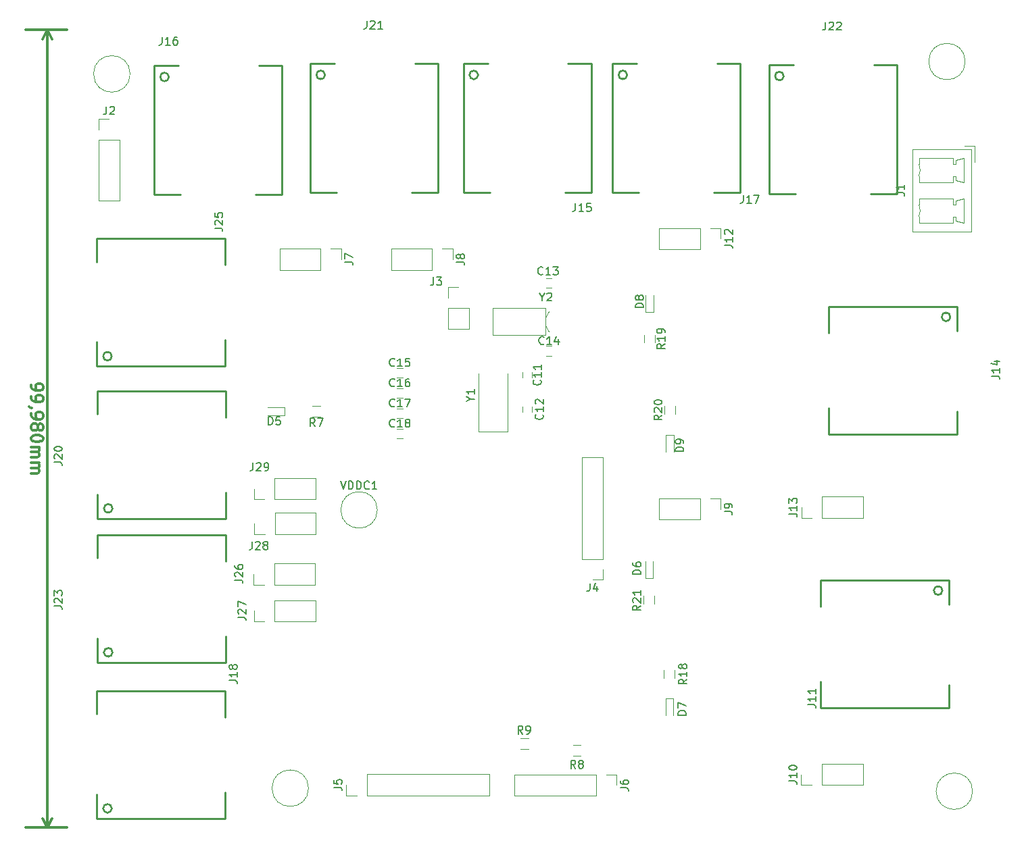
<source format=gbr>
G04 #@! TF.FileFunction,Legend,Top*
%FSLAX46Y46*%
G04 Gerber Fmt 4.6, Leading zero omitted, Abs format (unit mm)*
G04 Created by KiCad (PCBNEW 4.0.6) date 06/30/17 11:01:05*
%MOMM*%
%LPD*%
G01*
G04 APERTURE LIST*
%ADD10C,0.100000*%
%ADD11C,0.300000*%
%ADD12C,0.120000*%
%ADD13C,0.250000*%
%ADD14C,0.150000*%
G04 APERTURE END LIST*
D10*
D11*
X61510330Y-79500901D02*
X61510387Y-79786616D01*
X61581844Y-79929459D01*
X61653287Y-80000872D01*
X61867600Y-80143687D01*
X62153330Y-80215058D01*
X62724758Y-80214944D01*
X62867600Y-80143487D01*
X62939015Y-80072044D01*
X63010415Y-79929173D01*
X63010358Y-79643459D01*
X62938901Y-79500615D01*
X62867457Y-79429201D01*
X62724586Y-79357801D01*
X62367443Y-79357872D01*
X62224600Y-79429330D01*
X62153187Y-79500772D01*
X62081786Y-79643645D01*
X62081844Y-79929359D01*
X62153301Y-80072201D01*
X62224743Y-80143616D01*
X62367615Y-80215015D01*
X61510616Y-80929472D02*
X61510673Y-81215187D01*
X61582129Y-81358030D01*
X61653573Y-81429443D01*
X61867886Y-81572258D01*
X62153615Y-81643629D01*
X62725043Y-81643515D01*
X62867886Y-81572058D01*
X62939301Y-81500615D01*
X63010701Y-81357744D01*
X63010644Y-81072030D01*
X62939187Y-80929186D01*
X62867743Y-80857772D01*
X62724872Y-80786372D01*
X62367729Y-80786443D01*
X62224886Y-80857901D01*
X62153473Y-80929343D01*
X62082072Y-81072216D01*
X62082129Y-81357930D01*
X62153587Y-81500772D01*
X62225029Y-81572187D01*
X62367900Y-81643586D01*
X61582329Y-82358029D02*
X61510901Y-82358043D01*
X61368029Y-82286643D01*
X61296587Y-82215229D01*
X61511044Y-83072329D02*
X61511101Y-83358044D01*
X61582558Y-83500886D01*
X61654001Y-83572300D01*
X61868315Y-83715115D01*
X62154044Y-83786486D01*
X62725472Y-83786372D01*
X62868315Y-83714915D01*
X62939730Y-83643472D01*
X63011130Y-83500601D01*
X63011073Y-83214887D01*
X62939615Y-83072043D01*
X62868172Y-83000629D01*
X62725301Y-82929229D01*
X62368158Y-82929300D01*
X62225315Y-83000758D01*
X62153901Y-83072200D01*
X62082501Y-83215072D01*
X62082558Y-83500786D01*
X62154016Y-83643629D01*
X62225458Y-83715044D01*
X62368329Y-83786443D01*
X62368501Y-84643586D02*
X62439901Y-84500714D01*
X62511316Y-84429272D01*
X62654158Y-84357814D01*
X62725586Y-84357800D01*
X62868458Y-84429200D01*
X62939901Y-84500614D01*
X63011359Y-84643458D01*
X63011416Y-84929172D01*
X62940015Y-85072043D01*
X62868601Y-85143486D01*
X62725758Y-85214943D01*
X62654330Y-85214957D01*
X62511459Y-85143558D01*
X62440015Y-85072143D01*
X62368558Y-84929300D01*
X62368501Y-84643586D01*
X62297044Y-84500743D01*
X62225601Y-84429329D01*
X62082729Y-84357928D01*
X61797015Y-84357986D01*
X61654173Y-84429443D01*
X61582758Y-84500885D01*
X61511359Y-84643758D01*
X61511416Y-84929472D01*
X61582872Y-85072314D01*
X61654316Y-85143729D01*
X61797187Y-85215129D01*
X62082901Y-85215071D01*
X62225744Y-85143615D01*
X62297158Y-85072172D01*
X62368558Y-84929300D01*
X63011659Y-86143457D02*
X63011687Y-86286314D01*
X62940287Y-86429185D01*
X62868872Y-86500628D01*
X62726029Y-86572086D01*
X62440330Y-86643571D01*
X62083187Y-86643642D01*
X61797458Y-86572272D01*
X61654587Y-86500871D01*
X61583144Y-86429456D01*
X61511687Y-86286614D01*
X61511659Y-86143757D01*
X61583058Y-86000885D01*
X61654473Y-85929442D01*
X61797315Y-85857986D01*
X62083015Y-85786499D01*
X62440158Y-85786428D01*
X62725886Y-85857800D01*
X62868758Y-85929199D01*
X62940201Y-86000614D01*
X63011659Y-86143457D01*
X61511887Y-87286614D02*
X62511887Y-87286414D01*
X62369029Y-87286442D02*
X62440473Y-87357856D01*
X62511930Y-87500700D01*
X62511973Y-87714985D01*
X62440573Y-87857856D01*
X62297730Y-87929314D01*
X61512016Y-87929471D01*
X62297730Y-87929314D02*
X62440601Y-88000714D01*
X62512059Y-88143557D01*
X62512102Y-88357842D01*
X62440701Y-88500714D01*
X62297858Y-88572170D01*
X61512144Y-88572328D01*
X61512287Y-89286614D02*
X62512287Y-89286414D01*
X62369429Y-89286442D02*
X62440873Y-89357856D01*
X62512330Y-89500700D01*
X62512373Y-89714985D01*
X62440973Y-89857856D01*
X62298130Y-89929313D01*
X61512416Y-89929471D01*
X62298130Y-89929313D02*
X62441001Y-90000714D01*
X62512459Y-90143557D01*
X62512502Y-90357842D01*
X62441101Y-90500714D01*
X62298259Y-90572170D01*
X61512545Y-90572328D01*
X63530001Y-35010494D02*
X63550001Y-134990494D01*
X66000000Y-35010000D02*
X60830001Y-35011034D01*
X66020000Y-134990000D02*
X60850001Y-134991034D01*
X63550001Y-134990494D02*
X62963355Y-133864108D01*
X63550001Y-134990494D02*
X64136196Y-133863873D01*
X63530001Y-35010494D02*
X62943806Y-36137115D01*
X63530001Y-35010494D02*
X64116647Y-36136880D01*
D12*
X73916000Y-40510000D02*
G75*
G03X73916000Y-40510000I-2286000J0D01*
G01*
X96266000Y-130050000D02*
G75*
G03X96266000Y-130050000I-2286000J0D01*
G01*
X179456000Y-130430000D02*
G75*
G03X179456000Y-130430000I-2286000J0D01*
G01*
X124298000Y-77882000D02*
X124298000Y-78582000D01*
X123098000Y-78582000D02*
X123098000Y-77882000D01*
X123098000Y-82900000D02*
X123098000Y-82200000D01*
X124298000Y-82200000D02*
X124298000Y-82900000D01*
X126740000Y-67310000D02*
X126040000Y-67310000D01*
X126040000Y-66110000D02*
X126740000Y-66110000D01*
X126050000Y-74640000D02*
X126750000Y-74640000D01*
X126750000Y-75840000D02*
X126050000Y-75840000D01*
X107346000Y-77378000D02*
X108046000Y-77378000D01*
X108046000Y-78578000D02*
X107346000Y-78578000D01*
X107346000Y-79918000D02*
X108046000Y-79918000D01*
X108046000Y-81118000D02*
X107346000Y-81118000D01*
X107346000Y-82458000D02*
X108046000Y-82458000D01*
X108046000Y-83658000D02*
X107346000Y-83658000D01*
X107346000Y-84998000D02*
X108046000Y-84998000D01*
X108046000Y-86198000D02*
X107346000Y-86198000D01*
X93280000Y-83300000D02*
X93280000Y-82300000D01*
X93280000Y-82300000D02*
X91180000Y-82300000D01*
X93280000Y-83300000D02*
X91180000Y-83300000D01*
X138450000Y-103700000D02*
X139450000Y-103700000D01*
X139450000Y-103700000D02*
X139450000Y-101600000D01*
X138450000Y-103700000D02*
X138450000Y-101600000D01*
X141990000Y-118790000D02*
X140990000Y-118790000D01*
X140990000Y-118790000D02*
X140990000Y-120890000D01*
X141990000Y-118790000D02*
X141990000Y-120890000D01*
X138510000Y-70370000D02*
X139510000Y-70370000D01*
X139510000Y-70370000D02*
X139510000Y-68270000D01*
X138510000Y-70370000D02*
X138510000Y-68270000D01*
X142040000Y-85800000D02*
X141040000Y-85800000D01*
X141040000Y-85800000D02*
X141040000Y-87900000D01*
X142040000Y-85800000D02*
X142040000Y-87900000D01*
X172730155Y-53329647D02*
G75*
G03X172730000Y-51830000I-1700155J749647D01*
G01*
X172730155Y-58409647D02*
G75*
G03X172730000Y-56910000I-1700155J749647D01*
G01*
X179310000Y-49960000D02*
X171900000Y-49960000D01*
X171900000Y-49960000D02*
X171900000Y-60280000D01*
X171900000Y-60280000D02*
X179310000Y-60280000D01*
X179310000Y-60280000D02*
X179310000Y-49960000D01*
X172730000Y-51830000D02*
X172730000Y-51080000D01*
X172730000Y-51080000D02*
X177030000Y-51080000D01*
X177030000Y-51080000D02*
X177030000Y-51830000D01*
X177030000Y-51830000D02*
X177380000Y-51830000D01*
X177380000Y-51830000D02*
X177380000Y-51330000D01*
X177380000Y-51330000D02*
X178380000Y-51080000D01*
X178380000Y-51080000D02*
X178380000Y-54080000D01*
X178380000Y-54080000D02*
X177380000Y-53830000D01*
X177380000Y-53830000D02*
X177380000Y-53330000D01*
X177380000Y-53330000D02*
X177030000Y-53330000D01*
X177030000Y-53330000D02*
X177030000Y-54080000D01*
X177030000Y-54080000D02*
X172730000Y-54080000D01*
X172730000Y-54080000D02*
X172730000Y-53330000D01*
X172730000Y-56910000D02*
X172730000Y-56160000D01*
X172730000Y-56160000D02*
X177030000Y-56160000D01*
X177030000Y-56160000D02*
X177030000Y-56910000D01*
X177030000Y-56910000D02*
X177380000Y-56910000D01*
X177380000Y-56910000D02*
X177380000Y-56410000D01*
X177380000Y-56410000D02*
X178380000Y-56160000D01*
X178380000Y-56160000D02*
X178380000Y-59160000D01*
X178380000Y-59160000D02*
X177380000Y-58910000D01*
X177380000Y-58910000D02*
X177380000Y-58410000D01*
X177380000Y-58410000D02*
X177030000Y-58410000D01*
X177030000Y-58410000D02*
X177030000Y-59160000D01*
X177030000Y-59160000D02*
X172730000Y-59160000D01*
X172730000Y-59160000D02*
X172730000Y-58410000D01*
X178480000Y-49540000D02*
X179730000Y-49540000D01*
X179730000Y-49540000D02*
X179730000Y-51540000D01*
X69960000Y-48740000D02*
X69960000Y-56420000D01*
X69960000Y-56420000D02*
X72620000Y-56420000D01*
X72620000Y-56420000D02*
X72620000Y-48740000D01*
X72620000Y-48740000D02*
X69960000Y-48740000D01*
X69960000Y-47470000D02*
X69960000Y-46140000D01*
X69960000Y-46140000D02*
X71290000Y-46140000D01*
X113732000Y-69850000D02*
X113732000Y-72450000D01*
X113732000Y-72450000D02*
X116392000Y-72450000D01*
X116392000Y-72450000D02*
X116392000Y-69850000D01*
X116392000Y-69850000D02*
X113732000Y-69850000D01*
X113732000Y-68580000D02*
X113732000Y-67250000D01*
X113732000Y-67250000D02*
X115062000Y-67250000D01*
X133170000Y-101320000D02*
X133170000Y-88560000D01*
X133170000Y-88560000D02*
X130510000Y-88560000D01*
X130510000Y-88560000D02*
X130510000Y-101320000D01*
X130510000Y-101320000D02*
X133170000Y-101320000D01*
X133170000Y-102590000D02*
X133170000Y-103920000D01*
X133170000Y-103920000D02*
X131840000Y-103920000D01*
X103590000Y-130950000D02*
X118890000Y-130950000D01*
X118890000Y-130950000D02*
X118890000Y-128290000D01*
X118890000Y-128290000D02*
X103590000Y-128290000D01*
X103590000Y-128290000D02*
X103590000Y-130950000D01*
X102320000Y-130950000D02*
X100990000Y-130950000D01*
X100990000Y-130950000D02*
X100990000Y-129620000D01*
X132280000Y-128340000D02*
X122060000Y-128340000D01*
X122060000Y-128340000D02*
X122060000Y-131000000D01*
X122060000Y-131000000D02*
X132280000Y-131000000D01*
X132280000Y-131000000D02*
X132280000Y-128340000D01*
X133550000Y-128340000D02*
X134880000Y-128340000D01*
X134880000Y-128340000D02*
X134880000Y-129670000D01*
X97790000Y-62424000D02*
X92650000Y-62424000D01*
X92650000Y-62424000D02*
X92650000Y-65084000D01*
X92650000Y-65084000D02*
X97790000Y-65084000D01*
X97790000Y-65084000D02*
X97790000Y-62424000D01*
X99060000Y-62424000D02*
X100390000Y-62424000D01*
X100390000Y-62424000D02*
X100390000Y-63754000D01*
X111760000Y-62424000D02*
X106620000Y-62424000D01*
X106620000Y-62424000D02*
X106620000Y-65084000D01*
X106620000Y-65084000D02*
X111760000Y-65084000D01*
X111760000Y-65084000D02*
X111760000Y-62424000D01*
X113030000Y-62424000D02*
X114360000Y-62424000D01*
X114360000Y-62424000D02*
X114360000Y-63754000D01*
X145300000Y-93720000D02*
X140160000Y-93720000D01*
X140160000Y-93720000D02*
X140160000Y-96380000D01*
X140160000Y-96380000D02*
X145300000Y-96380000D01*
X145300000Y-96380000D02*
X145300000Y-93720000D01*
X146570000Y-93720000D02*
X147900000Y-93720000D01*
X147900000Y-93720000D02*
X147900000Y-95050000D01*
X160580000Y-129650000D02*
X165720000Y-129650000D01*
X165720000Y-129650000D02*
X165720000Y-126990000D01*
X165720000Y-126990000D02*
X160580000Y-126990000D01*
X160580000Y-126990000D02*
X160580000Y-129650000D01*
X159310000Y-129650000D02*
X157980000Y-129650000D01*
X157980000Y-129650000D02*
X157980000Y-128320000D01*
D13*
X175671815Y-105279000D02*
G75*
G03X175671815Y-105279000I-538815J0D01*
G01*
X165735000Y-104009000D02*
X176530000Y-104009000D01*
X176530000Y-104009000D02*
X176530000Y-107057000D01*
X160401000Y-107311000D02*
X160401000Y-104009000D01*
X160401000Y-104009000D02*
X162179000Y-104009000D01*
X160401000Y-120011000D02*
X160401000Y-116709000D01*
X174371000Y-120011000D02*
X176530000Y-120011000D01*
X176530000Y-120011000D02*
X176530000Y-117090000D01*
X162179000Y-104010000D02*
X165735000Y-104010000D01*
X160401000Y-120010000D02*
X174498000Y-120010000D01*
D12*
X145320000Y-59840000D02*
X140180000Y-59840000D01*
X140180000Y-59840000D02*
X140180000Y-62500000D01*
X140180000Y-62500000D02*
X145320000Y-62500000D01*
X145320000Y-62500000D02*
X145320000Y-59840000D01*
X146590000Y-59840000D02*
X147920000Y-59840000D01*
X147920000Y-59840000D02*
X147920000Y-61170000D01*
X160620000Y-96180000D02*
X165760000Y-96180000D01*
X165760000Y-96180000D02*
X165760000Y-93520000D01*
X165760000Y-93520000D02*
X160620000Y-93520000D01*
X160620000Y-93520000D02*
X160620000Y-96180000D01*
X159350000Y-96180000D02*
X158020000Y-96180000D01*
X158020000Y-96180000D02*
X158020000Y-94850000D01*
D13*
X176671815Y-70969000D02*
G75*
G03X176671815Y-70969000I-538815J0D01*
G01*
X166735000Y-69699000D02*
X177530000Y-69699000D01*
X177530000Y-69699000D02*
X177530000Y-72747000D01*
X161401000Y-73001000D02*
X161401000Y-69699000D01*
X161401000Y-69699000D02*
X163179000Y-69699000D01*
X161401000Y-85701000D02*
X161401000Y-82399000D01*
X175371000Y-85701000D02*
X177530000Y-85701000D01*
X177530000Y-85701000D02*
X177530000Y-82780000D01*
X163179000Y-69700000D02*
X166735000Y-69700000D01*
X161401000Y-85700000D02*
X175498000Y-85700000D01*
X117507815Y-40637000D02*
G75*
G03X117507815Y-40637000I-538815J0D01*
G01*
X115699000Y-50035000D02*
X115699000Y-39240000D01*
X115699000Y-39240000D02*
X118747000Y-39240000D01*
X119001000Y-55369000D02*
X115699000Y-55369000D01*
X115699000Y-55369000D02*
X115699000Y-53591000D01*
X131701000Y-55369000D02*
X128399000Y-55369000D01*
X131701000Y-41399000D02*
X131701000Y-39240000D01*
X131701000Y-39240000D02*
X128780000Y-39240000D01*
X115700000Y-53591000D02*
X115700000Y-50035000D01*
X131700000Y-55369000D02*
X131700000Y-41272000D01*
X78767815Y-40897000D02*
G75*
G03X78767815Y-40897000I-538815J0D01*
G01*
X76959000Y-50295000D02*
X76959000Y-39500000D01*
X76959000Y-39500000D02*
X80007000Y-39500000D01*
X80261000Y-55629000D02*
X76959000Y-55629000D01*
X76959000Y-55629000D02*
X76959000Y-53851000D01*
X92961000Y-55629000D02*
X89659000Y-55629000D01*
X92961000Y-41659000D02*
X92961000Y-39500000D01*
X92961000Y-39500000D02*
X90040000Y-39500000D01*
X76960000Y-53851000D02*
X76960000Y-50295000D01*
X92960000Y-55629000D02*
X92960000Y-41532000D01*
X136177815Y-40637000D02*
G75*
G03X136177815Y-40637000I-538815J0D01*
G01*
X134369000Y-50035000D02*
X134369000Y-39240000D01*
X134369000Y-39240000D02*
X137417000Y-39240000D01*
X137671000Y-55369000D02*
X134369000Y-55369000D01*
X134369000Y-55369000D02*
X134369000Y-53591000D01*
X150371000Y-55369000D02*
X147069000Y-55369000D01*
X150371000Y-41399000D02*
X150371000Y-39240000D01*
X150371000Y-39240000D02*
X147450000Y-39240000D01*
X134370000Y-53591000D02*
X134370000Y-50035000D01*
X150370000Y-55369000D02*
X150370000Y-41272000D01*
X71625815Y-132581000D02*
G75*
G03X71625815Y-132581000I-538815J0D01*
G01*
X80485000Y-133851000D02*
X69690000Y-133851000D01*
X69690000Y-133851000D02*
X69690000Y-130803000D01*
X85819000Y-130549000D02*
X85819000Y-133851000D01*
X85819000Y-133851000D02*
X84041000Y-133851000D01*
X85819000Y-117849000D02*
X85819000Y-121151000D01*
X71849000Y-117849000D02*
X69690000Y-117849000D01*
X69690000Y-117849000D02*
X69690000Y-120770000D01*
X84041000Y-133850000D02*
X80485000Y-133850000D01*
X85819000Y-117850000D02*
X71722000Y-117850000D01*
X71715815Y-94981000D02*
G75*
G03X71715815Y-94981000I-538815J0D01*
G01*
X80575000Y-96251000D02*
X69780000Y-96251000D01*
X69780000Y-96251000D02*
X69780000Y-93203000D01*
X85909000Y-92949000D02*
X85909000Y-96251000D01*
X85909000Y-96251000D02*
X84131000Y-96251000D01*
X85909000Y-80249000D02*
X85909000Y-83551000D01*
X71939000Y-80249000D02*
X69780000Y-80249000D01*
X69780000Y-80249000D02*
X69780000Y-83170000D01*
X84131000Y-96250000D02*
X80575000Y-96250000D01*
X85909000Y-80250000D02*
X71812000Y-80250000D01*
X98327815Y-40637000D02*
G75*
G03X98327815Y-40637000I-538815J0D01*
G01*
X96519000Y-50035000D02*
X96519000Y-39240000D01*
X96519000Y-39240000D02*
X99567000Y-39240000D01*
X99821000Y-55369000D02*
X96519000Y-55369000D01*
X96519000Y-55369000D02*
X96519000Y-53591000D01*
X112521000Y-55369000D02*
X109219000Y-55369000D01*
X112521000Y-41399000D02*
X112521000Y-39240000D01*
X112521000Y-39240000D02*
X109600000Y-39240000D01*
X96520000Y-53591000D02*
X96520000Y-50035000D01*
X112520000Y-55369000D02*
X112520000Y-41272000D01*
X155787815Y-40777000D02*
G75*
G03X155787815Y-40777000I-538815J0D01*
G01*
X153979000Y-50175000D02*
X153979000Y-39380000D01*
X153979000Y-39380000D02*
X157027000Y-39380000D01*
X157281000Y-55509000D02*
X153979000Y-55509000D01*
X153979000Y-55509000D02*
X153979000Y-53731000D01*
X169981000Y-55509000D02*
X166679000Y-55509000D01*
X169981000Y-41539000D02*
X169981000Y-39380000D01*
X169981000Y-39380000D02*
X167060000Y-39380000D01*
X153980000Y-53731000D02*
X153980000Y-50175000D01*
X169980000Y-55509000D02*
X169980000Y-41412000D01*
X71715815Y-113021000D02*
G75*
G03X71715815Y-113021000I-538815J0D01*
G01*
X80575000Y-114291000D02*
X69780000Y-114291000D01*
X69780000Y-114291000D02*
X69780000Y-111243000D01*
X85909000Y-110989000D02*
X85909000Y-114291000D01*
X85909000Y-114291000D02*
X84131000Y-114291000D01*
X85909000Y-98289000D02*
X85909000Y-101591000D01*
X71939000Y-98289000D02*
X69780000Y-98289000D01*
X69780000Y-98289000D02*
X69780000Y-101210000D01*
X84131000Y-114290000D02*
X80575000Y-114290000D01*
X85909000Y-98290000D02*
X71812000Y-98290000D01*
X71625815Y-75901000D02*
G75*
G03X71625815Y-75901000I-538815J0D01*
G01*
X80485000Y-77171000D02*
X69690000Y-77171000D01*
X69690000Y-77171000D02*
X69690000Y-74123000D01*
X85819000Y-73869000D02*
X85819000Y-77171000D01*
X85819000Y-77171000D02*
X84041000Y-77171000D01*
X85819000Y-61169000D02*
X85819000Y-64471000D01*
X71849000Y-61169000D02*
X69690000Y-61169000D01*
X69690000Y-61169000D02*
X69690000Y-64090000D01*
X84041000Y-77170000D02*
X80485000Y-77170000D01*
X85819000Y-61170000D02*
X71722000Y-61170000D01*
D12*
X91960000Y-104540000D02*
X97100000Y-104540000D01*
X97100000Y-104540000D02*
X97100000Y-101880000D01*
X97100000Y-101880000D02*
X91960000Y-101880000D01*
X91960000Y-101880000D02*
X91960000Y-104540000D01*
X90690000Y-104540000D02*
X89360000Y-104540000D01*
X89360000Y-104540000D02*
X89360000Y-103210000D01*
X92040000Y-109150000D02*
X97180000Y-109150000D01*
X97180000Y-109150000D02*
X97180000Y-106490000D01*
X97180000Y-106490000D02*
X92040000Y-106490000D01*
X92040000Y-106490000D02*
X92040000Y-109150000D01*
X90770000Y-109150000D02*
X89440000Y-109150000D01*
X89440000Y-109150000D02*
X89440000Y-107820000D01*
X92050000Y-98200000D02*
X97190000Y-98200000D01*
X97190000Y-98200000D02*
X97190000Y-95540000D01*
X97190000Y-95540000D02*
X92050000Y-95540000D01*
X92050000Y-95540000D02*
X92050000Y-98200000D01*
X90780000Y-98200000D02*
X89450000Y-98200000D01*
X89450000Y-98200000D02*
X89450000Y-96870000D01*
X92020000Y-93840000D02*
X97160000Y-93840000D01*
X97160000Y-93840000D02*
X97160000Y-91180000D01*
X97160000Y-91180000D02*
X92020000Y-91180000D01*
X92020000Y-91180000D02*
X92020000Y-93840000D01*
X90750000Y-93840000D02*
X89420000Y-93840000D01*
X89420000Y-93840000D02*
X89420000Y-92510000D01*
X96730000Y-82110000D02*
X97730000Y-82110000D01*
X97730000Y-83470000D02*
X96730000Y-83470000D01*
X130380000Y-126030000D02*
X129380000Y-126030000D01*
X129380000Y-124670000D02*
X130380000Y-124670000D01*
X123800000Y-125140000D02*
X122800000Y-125140000D01*
X122800000Y-123780000D02*
X123800000Y-123780000D01*
X117580000Y-78072000D02*
X117580000Y-85322000D01*
X117580000Y-85322000D02*
X121180000Y-85322000D01*
X121180000Y-85322000D02*
X121180000Y-78072000D01*
X125953333Y-69830000D02*
X119353333Y-69830000D01*
X119353333Y-69830000D02*
X119353333Y-73230000D01*
X119353333Y-73230000D02*
X125953333Y-73230000D01*
X125953333Y-73230000D02*
X125953333Y-69830000D01*
X125953333Y-71030000D02*
X126353333Y-70260000D01*
X126353333Y-70260000D02*
X126353333Y-70260000D01*
X125953333Y-72030000D02*
X126353333Y-72800000D01*
X126353333Y-72800000D02*
X126353333Y-72800000D01*
X142140000Y-115260000D02*
X142140000Y-116260000D01*
X140780000Y-116260000D02*
X140780000Y-115260000D01*
X138320000Y-74210000D02*
X138320000Y-73210000D01*
X139680000Y-73210000D02*
X139680000Y-74210000D01*
X142230000Y-82140000D02*
X142230000Y-83140000D01*
X140870000Y-83140000D02*
X140870000Y-82140000D01*
X138250000Y-106920000D02*
X138250000Y-105920000D01*
X139610000Y-105920000D02*
X139610000Y-106920000D01*
X178526000Y-38960000D02*
G75*
G03X178526000Y-38960000I-2286000J0D01*
G01*
X104886000Y-95170000D02*
G75*
G03X104886000Y-95170000I-2286000J0D01*
G01*
D14*
X125305143Y-78874857D02*
X125352762Y-78922476D01*
X125400381Y-79065333D01*
X125400381Y-79160571D01*
X125352762Y-79303429D01*
X125257524Y-79398667D01*
X125162286Y-79446286D01*
X124971810Y-79493905D01*
X124828952Y-79493905D01*
X124638476Y-79446286D01*
X124543238Y-79398667D01*
X124448000Y-79303429D01*
X124400381Y-79160571D01*
X124400381Y-79065333D01*
X124448000Y-78922476D01*
X124495619Y-78874857D01*
X125400381Y-77922476D02*
X125400381Y-78493905D01*
X125400381Y-78208191D02*
X124400381Y-78208191D01*
X124543238Y-78303429D01*
X124638476Y-78398667D01*
X124686095Y-78493905D01*
X125400381Y-76970095D02*
X125400381Y-77541524D01*
X125400381Y-77255810D02*
X124400381Y-77255810D01*
X124543238Y-77351048D01*
X124638476Y-77446286D01*
X124686095Y-77541524D01*
X125579143Y-83192857D02*
X125626762Y-83240476D01*
X125674381Y-83383333D01*
X125674381Y-83478571D01*
X125626762Y-83621429D01*
X125531524Y-83716667D01*
X125436286Y-83764286D01*
X125245810Y-83811905D01*
X125102952Y-83811905D01*
X124912476Y-83764286D01*
X124817238Y-83716667D01*
X124722000Y-83621429D01*
X124674381Y-83478571D01*
X124674381Y-83383333D01*
X124722000Y-83240476D01*
X124769619Y-83192857D01*
X125674381Y-82240476D02*
X125674381Y-82811905D01*
X125674381Y-82526191D02*
X124674381Y-82526191D01*
X124817238Y-82621429D01*
X124912476Y-82716667D01*
X124960095Y-82811905D01*
X124769619Y-81859524D02*
X124722000Y-81811905D01*
X124674381Y-81716667D01*
X124674381Y-81478571D01*
X124722000Y-81383333D01*
X124769619Y-81335714D01*
X124864857Y-81288095D01*
X124960095Y-81288095D01*
X125102952Y-81335714D01*
X125674381Y-81907143D01*
X125674381Y-81288095D01*
X125627143Y-65607143D02*
X125579524Y-65654762D01*
X125436667Y-65702381D01*
X125341429Y-65702381D01*
X125198571Y-65654762D01*
X125103333Y-65559524D01*
X125055714Y-65464286D01*
X125008095Y-65273810D01*
X125008095Y-65130952D01*
X125055714Y-64940476D01*
X125103333Y-64845238D01*
X125198571Y-64750000D01*
X125341429Y-64702381D01*
X125436667Y-64702381D01*
X125579524Y-64750000D01*
X125627143Y-64797619D01*
X126579524Y-65702381D02*
X126008095Y-65702381D01*
X126293809Y-65702381D02*
X126293809Y-64702381D01*
X126198571Y-64845238D01*
X126103333Y-64940476D01*
X126008095Y-64988095D01*
X126912857Y-64702381D02*
X127531905Y-64702381D01*
X127198571Y-65083333D01*
X127341429Y-65083333D01*
X127436667Y-65130952D01*
X127484286Y-65178571D01*
X127531905Y-65273810D01*
X127531905Y-65511905D01*
X127484286Y-65607143D01*
X127436667Y-65654762D01*
X127341429Y-65702381D01*
X127055714Y-65702381D01*
X126960476Y-65654762D01*
X126912857Y-65607143D01*
X125757143Y-74347143D02*
X125709524Y-74394762D01*
X125566667Y-74442381D01*
X125471429Y-74442381D01*
X125328571Y-74394762D01*
X125233333Y-74299524D01*
X125185714Y-74204286D01*
X125138095Y-74013810D01*
X125138095Y-73870952D01*
X125185714Y-73680476D01*
X125233333Y-73585238D01*
X125328571Y-73490000D01*
X125471429Y-73442381D01*
X125566667Y-73442381D01*
X125709524Y-73490000D01*
X125757143Y-73537619D01*
X126709524Y-74442381D02*
X126138095Y-74442381D01*
X126423809Y-74442381D02*
X126423809Y-73442381D01*
X126328571Y-73585238D01*
X126233333Y-73680476D01*
X126138095Y-73728095D01*
X127566667Y-73775714D02*
X127566667Y-74442381D01*
X127328571Y-73394762D02*
X127090476Y-74109048D01*
X127709524Y-74109048D01*
X107053143Y-77085143D02*
X107005524Y-77132762D01*
X106862667Y-77180381D01*
X106767429Y-77180381D01*
X106624571Y-77132762D01*
X106529333Y-77037524D01*
X106481714Y-76942286D01*
X106434095Y-76751810D01*
X106434095Y-76608952D01*
X106481714Y-76418476D01*
X106529333Y-76323238D01*
X106624571Y-76228000D01*
X106767429Y-76180381D01*
X106862667Y-76180381D01*
X107005524Y-76228000D01*
X107053143Y-76275619D01*
X108005524Y-77180381D02*
X107434095Y-77180381D01*
X107719809Y-77180381D02*
X107719809Y-76180381D01*
X107624571Y-76323238D01*
X107529333Y-76418476D01*
X107434095Y-76466095D01*
X108910286Y-76180381D02*
X108434095Y-76180381D01*
X108386476Y-76656571D01*
X108434095Y-76608952D01*
X108529333Y-76561333D01*
X108767429Y-76561333D01*
X108862667Y-76608952D01*
X108910286Y-76656571D01*
X108957905Y-76751810D01*
X108957905Y-76989905D01*
X108910286Y-77085143D01*
X108862667Y-77132762D01*
X108767429Y-77180381D01*
X108529333Y-77180381D01*
X108434095Y-77132762D01*
X108386476Y-77085143D01*
X107053143Y-79625143D02*
X107005524Y-79672762D01*
X106862667Y-79720381D01*
X106767429Y-79720381D01*
X106624571Y-79672762D01*
X106529333Y-79577524D01*
X106481714Y-79482286D01*
X106434095Y-79291810D01*
X106434095Y-79148952D01*
X106481714Y-78958476D01*
X106529333Y-78863238D01*
X106624571Y-78768000D01*
X106767429Y-78720381D01*
X106862667Y-78720381D01*
X107005524Y-78768000D01*
X107053143Y-78815619D01*
X108005524Y-79720381D02*
X107434095Y-79720381D01*
X107719809Y-79720381D02*
X107719809Y-78720381D01*
X107624571Y-78863238D01*
X107529333Y-78958476D01*
X107434095Y-79006095D01*
X108862667Y-78720381D02*
X108672190Y-78720381D01*
X108576952Y-78768000D01*
X108529333Y-78815619D01*
X108434095Y-78958476D01*
X108386476Y-79148952D01*
X108386476Y-79529905D01*
X108434095Y-79625143D01*
X108481714Y-79672762D01*
X108576952Y-79720381D01*
X108767429Y-79720381D01*
X108862667Y-79672762D01*
X108910286Y-79625143D01*
X108957905Y-79529905D01*
X108957905Y-79291810D01*
X108910286Y-79196571D01*
X108862667Y-79148952D01*
X108767429Y-79101333D01*
X108576952Y-79101333D01*
X108481714Y-79148952D01*
X108434095Y-79196571D01*
X108386476Y-79291810D01*
X107053143Y-82165143D02*
X107005524Y-82212762D01*
X106862667Y-82260381D01*
X106767429Y-82260381D01*
X106624571Y-82212762D01*
X106529333Y-82117524D01*
X106481714Y-82022286D01*
X106434095Y-81831810D01*
X106434095Y-81688952D01*
X106481714Y-81498476D01*
X106529333Y-81403238D01*
X106624571Y-81308000D01*
X106767429Y-81260381D01*
X106862667Y-81260381D01*
X107005524Y-81308000D01*
X107053143Y-81355619D01*
X108005524Y-82260381D02*
X107434095Y-82260381D01*
X107719809Y-82260381D02*
X107719809Y-81260381D01*
X107624571Y-81403238D01*
X107529333Y-81498476D01*
X107434095Y-81546095D01*
X108338857Y-81260381D02*
X109005524Y-81260381D01*
X108576952Y-82260381D01*
X107053143Y-84705143D02*
X107005524Y-84752762D01*
X106862667Y-84800381D01*
X106767429Y-84800381D01*
X106624571Y-84752762D01*
X106529333Y-84657524D01*
X106481714Y-84562286D01*
X106434095Y-84371810D01*
X106434095Y-84228952D01*
X106481714Y-84038476D01*
X106529333Y-83943238D01*
X106624571Y-83848000D01*
X106767429Y-83800381D01*
X106862667Y-83800381D01*
X107005524Y-83848000D01*
X107053143Y-83895619D01*
X108005524Y-84800381D02*
X107434095Y-84800381D01*
X107719809Y-84800381D02*
X107719809Y-83800381D01*
X107624571Y-83943238D01*
X107529333Y-84038476D01*
X107434095Y-84086095D01*
X108576952Y-84228952D02*
X108481714Y-84181333D01*
X108434095Y-84133714D01*
X108386476Y-84038476D01*
X108386476Y-83990857D01*
X108434095Y-83895619D01*
X108481714Y-83848000D01*
X108576952Y-83800381D01*
X108767429Y-83800381D01*
X108862667Y-83848000D01*
X108910286Y-83895619D01*
X108957905Y-83990857D01*
X108957905Y-84038476D01*
X108910286Y-84133714D01*
X108862667Y-84181333D01*
X108767429Y-84228952D01*
X108576952Y-84228952D01*
X108481714Y-84276571D01*
X108434095Y-84324190D01*
X108386476Y-84419429D01*
X108386476Y-84609905D01*
X108434095Y-84705143D01*
X108481714Y-84752762D01*
X108576952Y-84800381D01*
X108767429Y-84800381D01*
X108862667Y-84752762D01*
X108910286Y-84705143D01*
X108957905Y-84609905D01*
X108957905Y-84419429D01*
X108910286Y-84324190D01*
X108862667Y-84276571D01*
X108767429Y-84228952D01*
X91241905Y-84502381D02*
X91241905Y-83502381D01*
X91480000Y-83502381D01*
X91622858Y-83550000D01*
X91718096Y-83645238D01*
X91765715Y-83740476D01*
X91813334Y-83930952D01*
X91813334Y-84073810D01*
X91765715Y-84264286D01*
X91718096Y-84359524D01*
X91622858Y-84454762D01*
X91480000Y-84502381D01*
X91241905Y-84502381D01*
X92718096Y-83502381D02*
X92241905Y-83502381D01*
X92194286Y-83978571D01*
X92241905Y-83930952D01*
X92337143Y-83883333D01*
X92575239Y-83883333D01*
X92670477Y-83930952D01*
X92718096Y-83978571D01*
X92765715Y-84073810D01*
X92765715Y-84311905D01*
X92718096Y-84407143D01*
X92670477Y-84454762D01*
X92575239Y-84502381D01*
X92337143Y-84502381D01*
X92241905Y-84454762D01*
X92194286Y-84407143D01*
X137902381Y-103238095D02*
X136902381Y-103238095D01*
X136902381Y-103000000D01*
X136950000Y-102857142D01*
X137045238Y-102761904D01*
X137140476Y-102714285D01*
X137330952Y-102666666D01*
X137473810Y-102666666D01*
X137664286Y-102714285D01*
X137759524Y-102761904D01*
X137854762Y-102857142D01*
X137902381Y-103000000D01*
X137902381Y-103238095D01*
X136902381Y-101809523D02*
X136902381Y-102000000D01*
X136950000Y-102095238D01*
X136997619Y-102142857D01*
X137140476Y-102238095D01*
X137330952Y-102285714D01*
X137711905Y-102285714D01*
X137807143Y-102238095D01*
X137854762Y-102190476D01*
X137902381Y-102095238D01*
X137902381Y-101904761D01*
X137854762Y-101809523D01*
X137807143Y-101761904D01*
X137711905Y-101714285D01*
X137473810Y-101714285D01*
X137378571Y-101761904D01*
X137330952Y-101809523D01*
X137283333Y-101904761D01*
X137283333Y-102095238D01*
X137330952Y-102190476D01*
X137378571Y-102238095D01*
X137473810Y-102285714D01*
X143542381Y-120878095D02*
X142542381Y-120878095D01*
X142542381Y-120640000D01*
X142590000Y-120497142D01*
X142685238Y-120401904D01*
X142780476Y-120354285D01*
X142970952Y-120306666D01*
X143113810Y-120306666D01*
X143304286Y-120354285D01*
X143399524Y-120401904D01*
X143494762Y-120497142D01*
X143542381Y-120640000D01*
X143542381Y-120878095D01*
X142542381Y-119973333D02*
X142542381Y-119306666D01*
X143542381Y-119735238D01*
X138212381Y-69808095D02*
X137212381Y-69808095D01*
X137212381Y-69570000D01*
X137260000Y-69427142D01*
X137355238Y-69331904D01*
X137450476Y-69284285D01*
X137640952Y-69236666D01*
X137783810Y-69236666D01*
X137974286Y-69284285D01*
X138069524Y-69331904D01*
X138164762Y-69427142D01*
X138212381Y-69570000D01*
X138212381Y-69808095D01*
X137640952Y-68665238D02*
X137593333Y-68760476D01*
X137545714Y-68808095D01*
X137450476Y-68855714D01*
X137402857Y-68855714D01*
X137307619Y-68808095D01*
X137260000Y-68760476D01*
X137212381Y-68665238D01*
X137212381Y-68474761D01*
X137260000Y-68379523D01*
X137307619Y-68331904D01*
X137402857Y-68284285D01*
X137450476Y-68284285D01*
X137545714Y-68331904D01*
X137593333Y-68379523D01*
X137640952Y-68474761D01*
X137640952Y-68665238D01*
X137688571Y-68760476D01*
X137736190Y-68808095D01*
X137831429Y-68855714D01*
X138021905Y-68855714D01*
X138117143Y-68808095D01*
X138164762Y-68760476D01*
X138212381Y-68665238D01*
X138212381Y-68474761D01*
X138164762Y-68379523D01*
X138117143Y-68331904D01*
X138021905Y-68284285D01*
X137831429Y-68284285D01*
X137736190Y-68331904D01*
X137688571Y-68379523D01*
X137640952Y-68474761D01*
X143242381Y-87838095D02*
X142242381Y-87838095D01*
X142242381Y-87600000D01*
X142290000Y-87457142D01*
X142385238Y-87361904D01*
X142480476Y-87314285D01*
X142670952Y-87266666D01*
X142813810Y-87266666D01*
X143004286Y-87314285D01*
X143099524Y-87361904D01*
X143194762Y-87457142D01*
X143242381Y-87600000D01*
X143242381Y-87838095D01*
X143242381Y-86790476D02*
X143242381Y-86600000D01*
X143194762Y-86504761D01*
X143147143Y-86457142D01*
X143004286Y-86361904D01*
X142813810Y-86314285D01*
X142432857Y-86314285D01*
X142337619Y-86361904D01*
X142290000Y-86409523D01*
X142242381Y-86504761D01*
X142242381Y-86695238D01*
X142290000Y-86790476D01*
X142337619Y-86838095D01*
X142432857Y-86885714D01*
X142670952Y-86885714D01*
X142766190Y-86838095D01*
X142813810Y-86790476D01*
X142861429Y-86695238D01*
X142861429Y-86504761D01*
X142813810Y-86409523D01*
X142766190Y-86361904D01*
X142670952Y-86314285D01*
X169932381Y-55413333D02*
X170646667Y-55413333D01*
X170789524Y-55460953D01*
X170884762Y-55556191D01*
X170932381Y-55699048D01*
X170932381Y-55794286D01*
X170932381Y-54413333D02*
X170932381Y-54984762D01*
X170932381Y-54699048D02*
X169932381Y-54699048D01*
X170075238Y-54794286D01*
X170170476Y-54889524D01*
X170218095Y-54984762D01*
X70956667Y-44592381D02*
X70956667Y-45306667D01*
X70909047Y-45449524D01*
X70813809Y-45544762D01*
X70670952Y-45592381D01*
X70575714Y-45592381D01*
X71385238Y-44687619D02*
X71432857Y-44640000D01*
X71528095Y-44592381D01*
X71766191Y-44592381D01*
X71861429Y-44640000D01*
X71909048Y-44687619D01*
X71956667Y-44782857D01*
X71956667Y-44878095D01*
X71909048Y-45020952D01*
X71337619Y-45592381D01*
X71956667Y-45592381D01*
X111934667Y-66000381D02*
X111934667Y-66714667D01*
X111887047Y-66857524D01*
X111791809Y-66952762D01*
X111648952Y-67000381D01*
X111553714Y-67000381D01*
X112315619Y-66000381D02*
X112934667Y-66000381D01*
X112601333Y-66381333D01*
X112744191Y-66381333D01*
X112839429Y-66428952D01*
X112887048Y-66476571D01*
X112934667Y-66571810D01*
X112934667Y-66809905D01*
X112887048Y-66905143D01*
X112839429Y-66952762D01*
X112744191Y-67000381D01*
X112458476Y-67000381D01*
X112363238Y-66952762D01*
X112315619Y-66905143D01*
X131506667Y-104372381D02*
X131506667Y-105086667D01*
X131459047Y-105229524D01*
X131363809Y-105324762D01*
X131220952Y-105372381D01*
X131125714Y-105372381D01*
X132411429Y-104705714D02*
X132411429Y-105372381D01*
X132173333Y-104324762D02*
X131935238Y-105039048D01*
X132554286Y-105039048D01*
X99442381Y-129953333D02*
X100156667Y-129953333D01*
X100299524Y-130000953D01*
X100394762Y-130096191D01*
X100442381Y-130239048D01*
X100442381Y-130334286D01*
X99442381Y-129000952D02*
X99442381Y-129477143D01*
X99918571Y-129524762D01*
X99870952Y-129477143D01*
X99823333Y-129381905D01*
X99823333Y-129143809D01*
X99870952Y-129048571D01*
X99918571Y-129000952D01*
X100013810Y-128953333D01*
X100251905Y-128953333D01*
X100347143Y-129000952D01*
X100394762Y-129048571D01*
X100442381Y-129143809D01*
X100442381Y-129381905D01*
X100394762Y-129477143D01*
X100347143Y-129524762D01*
X135332381Y-130003333D02*
X136046667Y-130003333D01*
X136189524Y-130050953D01*
X136284762Y-130146191D01*
X136332381Y-130289048D01*
X136332381Y-130384286D01*
X135332381Y-129098571D02*
X135332381Y-129289048D01*
X135380000Y-129384286D01*
X135427619Y-129431905D01*
X135570476Y-129527143D01*
X135760952Y-129574762D01*
X136141905Y-129574762D01*
X136237143Y-129527143D01*
X136284762Y-129479524D01*
X136332381Y-129384286D01*
X136332381Y-129193809D01*
X136284762Y-129098571D01*
X136237143Y-129050952D01*
X136141905Y-129003333D01*
X135903810Y-129003333D01*
X135808571Y-129050952D01*
X135760952Y-129098571D01*
X135713333Y-129193809D01*
X135713333Y-129384286D01*
X135760952Y-129479524D01*
X135808571Y-129527143D01*
X135903810Y-129574762D01*
X100842381Y-64087333D02*
X101556667Y-64087333D01*
X101699524Y-64134953D01*
X101794762Y-64230191D01*
X101842381Y-64373048D01*
X101842381Y-64468286D01*
X100842381Y-63706381D02*
X100842381Y-63039714D01*
X101842381Y-63468286D01*
X114812381Y-64087333D02*
X115526667Y-64087333D01*
X115669524Y-64134953D01*
X115764762Y-64230191D01*
X115812381Y-64373048D01*
X115812381Y-64468286D01*
X115240952Y-63468286D02*
X115193333Y-63563524D01*
X115145714Y-63611143D01*
X115050476Y-63658762D01*
X115002857Y-63658762D01*
X114907619Y-63611143D01*
X114860000Y-63563524D01*
X114812381Y-63468286D01*
X114812381Y-63277809D01*
X114860000Y-63182571D01*
X114907619Y-63134952D01*
X115002857Y-63087333D01*
X115050476Y-63087333D01*
X115145714Y-63134952D01*
X115193333Y-63182571D01*
X115240952Y-63277809D01*
X115240952Y-63468286D01*
X115288571Y-63563524D01*
X115336190Y-63611143D01*
X115431429Y-63658762D01*
X115621905Y-63658762D01*
X115717143Y-63611143D01*
X115764762Y-63563524D01*
X115812381Y-63468286D01*
X115812381Y-63277809D01*
X115764762Y-63182571D01*
X115717143Y-63134952D01*
X115621905Y-63087333D01*
X115431429Y-63087333D01*
X115336190Y-63134952D01*
X115288571Y-63182571D01*
X115240952Y-63277809D01*
X148352381Y-95383333D02*
X149066667Y-95383333D01*
X149209524Y-95430953D01*
X149304762Y-95526191D01*
X149352381Y-95669048D01*
X149352381Y-95764286D01*
X149352381Y-94859524D02*
X149352381Y-94669048D01*
X149304762Y-94573809D01*
X149257143Y-94526190D01*
X149114286Y-94430952D01*
X148923810Y-94383333D01*
X148542857Y-94383333D01*
X148447619Y-94430952D01*
X148400000Y-94478571D01*
X148352381Y-94573809D01*
X148352381Y-94764286D01*
X148400000Y-94859524D01*
X148447619Y-94907143D01*
X148542857Y-94954762D01*
X148780952Y-94954762D01*
X148876190Y-94907143D01*
X148923810Y-94859524D01*
X148971429Y-94764286D01*
X148971429Y-94573809D01*
X148923810Y-94478571D01*
X148876190Y-94430952D01*
X148780952Y-94383333D01*
X156432381Y-129129523D02*
X157146667Y-129129523D01*
X157289524Y-129177143D01*
X157384762Y-129272381D01*
X157432381Y-129415238D01*
X157432381Y-129510476D01*
X157432381Y-128129523D02*
X157432381Y-128700952D01*
X157432381Y-128415238D02*
X156432381Y-128415238D01*
X156575238Y-128510476D01*
X156670476Y-128605714D01*
X156718095Y-128700952D01*
X156432381Y-127510476D02*
X156432381Y-127415237D01*
X156480000Y-127319999D01*
X156527619Y-127272380D01*
X156622857Y-127224761D01*
X156813333Y-127177142D01*
X157051429Y-127177142D01*
X157241905Y-127224761D01*
X157337143Y-127272380D01*
X157384762Y-127319999D01*
X157432381Y-127415237D01*
X157432381Y-127510476D01*
X157384762Y-127605714D01*
X157337143Y-127653333D01*
X157241905Y-127700952D01*
X157051429Y-127748571D01*
X156813333Y-127748571D01*
X156622857Y-127700952D01*
X156527619Y-127653333D01*
X156480000Y-127605714D01*
X156432381Y-127510476D01*
X158832381Y-119569523D02*
X159546667Y-119569523D01*
X159689524Y-119617143D01*
X159784762Y-119712381D01*
X159832381Y-119855238D01*
X159832381Y-119950476D01*
X159832381Y-118569523D02*
X159832381Y-119140952D01*
X159832381Y-118855238D02*
X158832381Y-118855238D01*
X158975238Y-118950476D01*
X159070476Y-119045714D01*
X159118095Y-119140952D01*
X159832381Y-117617142D02*
X159832381Y-118188571D01*
X159832381Y-117902857D02*
X158832381Y-117902857D01*
X158975238Y-117998095D01*
X159070476Y-118093333D01*
X159118095Y-118188571D01*
X148372381Y-61979523D02*
X149086667Y-61979523D01*
X149229524Y-62027143D01*
X149324762Y-62122381D01*
X149372381Y-62265238D01*
X149372381Y-62360476D01*
X149372381Y-60979523D02*
X149372381Y-61550952D01*
X149372381Y-61265238D02*
X148372381Y-61265238D01*
X148515238Y-61360476D01*
X148610476Y-61455714D01*
X148658095Y-61550952D01*
X148467619Y-60598571D02*
X148420000Y-60550952D01*
X148372381Y-60455714D01*
X148372381Y-60217618D01*
X148420000Y-60122380D01*
X148467619Y-60074761D01*
X148562857Y-60027142D01*
X148658095Y-60027142D01*
X148800952Y-60074761D01*
X149372381Y-60646190D01*
X149372381Y-60027142D01*
X156472381Y-95659523D02*
X157186667Y-95659523D01*
X157329524Y-95707143D01*
X157424762Y-95802381D01*
X157472381Y-95945238D01*
X157472381Y-96040476D01*
X157472381Y-94659523D02*
X157472381Y-95230952D01*
X157472381Y-94945238D02*
X156472381Y-94945238D01*
X156615238Y-95040476D01*
X156710476Y-95135714D01*
X156758095Y-95230952D01*
X156472381Y-94326190D02*
X156472381Y-93707142D01*
X156853333Y-94040476D01*
X156853333Y-93897618D01*
X156900952Y-93802380D01*
X156948571Y-93754761D01*
X157043810Y-93707142D01*
X157281905Y-93707142D01*
X157377143Y-93754761D01*
X157424762Y-93802380D01*
X157472381Y-93897618D01*
X157472381Y-94183333D01*
X157424762Y-94278571D01*
X157377143Y-94326190D01*
X181808381Y-78382523D02*
X182522667Y-78382523D01*
X182665524Y-78430143D01*
X182760762Y-78525381D01*
X182808381Y-78668238D01*
X182808381Y-78763476D01*
X182808381Y-77382523D02*
X182808381Y-77953952D01*
X182808381Y-77668238D02*
X181808381Y-77668238D01*
X181951238Y-77763476D01*
X182046476Y-77858714D01*
X182094095Y-77953952D01*
X182141714Y-76525380D02*
X182808381Y-76525380D01*
X181760762Y-76763476D02*
X182475048Y-77001571D01*
X182475048Y-76382523D01*
X129715477Y-56742381D02*
X129715477Y-57456667D01*
X129667857Y-57599524D01*
X129572619Y-57694762D01*
X129429762Y-57742381D01*
X129334524Y-57742381D01*
X130715477Y-57742381D02*
X130144048Y-57742381D01*
X130429762Y-57742381D02*
X130429762Y-56742381D01*
X130334524Y-56885238D01*
X130239286Y-56980476D01*
X130144048Y-57028095D01*
X131620239Y-56742381D02*
X131144048Y-56742381D01*
X131096429Y-57218571D01*
X131144048Y-57170952D01*
X131239286Y-57123333D01*
X131477382Y-57123333D01*
X131572620Y-57170952D01*
X131620239Y-57218571D01*
X131667858Y-57313810D01*
X131667858Y-57551905D01*
X131620239Y-57647143D01*
X131572620Y-57694762D01*
X131477382Y-57742381D01*
X131239286Y-57742381D01*
X131144048Y-57694762D01*
X131096429Y-57647143D01*
X77920477Y-35882381D02*
X77920477Y-36596667D01*
X77872857Y-36739524D01*
X77777619Y-36834762D01*
X77634762Y-36882381D01*
X77539524Y-36882381D01*
X78920477Y-36882381D02*
X78349048Y-36882381D01*
X78634762Y-36882381D02*
X78634762Y-35882381D01*
X78539524Y-36025238D01*
X78444286Y-36120476D01*
X78349048Y-36168095D01*
X79777620Y-35882381D02*
X79587143Y-35882381D01*
X79491905Y-35930000D01*
X79444286Y-35977619D01*
X79349048Y-36120476D01*
X79301429Y-36310952D01*
X79301429Y-36691905D01*
X79349048Y-36787143D01*
X79396667Y-36834762D01*
X79491905Y-36882381D01*
X79682382Y-36882381D01*
X79777620Y-36834762D01*
X79825239Y-36787143D01*
X79872858Y-36691905D01*
X79872858Y-36453810D01*
X79825239Y-36358571D01*
X79777620Y-36310952D01*
X79682382Y-36263333D01*
X79491905Y-36263333D01*
X79396667Y-36310952D01*
X79349048Y-36358571D01*
X79301429Y-36453810D01*
X150735477Y-55717381D02*
X150735477Y-56431667D01*
X150687857Y-56574524D01*
X150592619Y-56669762D01*
X150449762Y-56717381D01*
X150354524Y-56717381D01*
X151735477Y-56717381D02*
X151164048Y-56717381D01*
X151449762Y-56717381D02*
X151449762Y-55717381D01*
X151354524Y-55860238D01*
X151259286Y-55955476D01*
X151164048Y-56003095D01*
X152068810Y-55717381D02*
X152735477Y-55717381D01*
X152306905Y-56717381D01*
X86342381Y-116509523D02*
X87056667Y-116509523D01*
X87199524Y-116557143D01*
X87294762Y-116652381D01*
X87342381Y-116795238D01*
X87342381Y-116890476D01*
X87342381Y-115509523D02*
X87342381Y-116080952D01*
X87342381Y-115795238D02*
X86342381Y-115795238D01*
X86485238Y-115890476D01*
X86580476Y-115985714D01*
X86628095Y-116080952D01*
X86770952Y-114938095D02*
X86723333Y-115033333D01*
X86675714Y-115080952D01*
X86580476Y-115128571D01*
X86532857Y-115128571D01*
X86437619Y-115080952D01*
X86390000Y-115033333D01*
X86342381Y-114938095D01*
X86342381Y-114747618D01*
X86390000Y-114652380D01*
X86437619Y-114604761D01*
X86532857Y-114557142D01*
X86580476Y-114557142D01*
X86675714Y-114604761D01*
X86723333Y-114652380D01*
X86770952Y-114747618D01*
X86770952Y-114938095D01*
X86818571Y-115033333D01*
X86866190Y-115080952D01*
X86961429Y-115128571D01*
X87151905Y-115128571D01*
X87247143Y-115080952D01*
X87294762Y-115033333D01*
X87342381Y-114938095D01*
X87342381Y-114747618D01*
X87294762Y-114652380D01*
X87247143Y-114604761D01*
X87151905Y-114557142D01*
X86961429Y-114557142D01*
X86866190Y-114604761D01*
X86818571Y-114652380D01*
X86770952Y-114747618D01*
X64406381Y-89186523D02*
X65120667Y-89186523D01*
X65263524Y-89234143D01*
X65358762Y-89329381D01*
X65406381Y-89472238D01*
X65406381Y-89567476D01*
X64501619Y-88757952D02*
X64454000Y-88710333D01*
X64406381Y-88615095D01*
X64406381Y-88376999D01*
X64454000Y-88281761D01*
X64501619Y-88234142D01*
X64596857Y-88186523D01*
X64692095Y-88186523D01*
X64834952Y-88234142D01*
X65406381Y-88805571D01*
X65406381Y-88186523D01*
X64406381Y-87567476D02*
X64406381Y-87472237D01*
X64454000Y-87376999D01*
X64501619Y-87329380D01*
X64596857Y-87281761D01*
X64787333Y-87234142D01*
X65025429Y-87234142D01*
X65215905Y-87281761D01*
X65311143Y-87329380D01*
X65358762Y-87376999D01*
X65406381Y-87472237D01*
X65406381Y-87567476D01*
X65358762Y-87662714D01*
X65311143Y-87710333D01*
X65215905Y-87757952D01*
X65025429Y-87805571D01*
X64787333Y-87805571D01*
X64596857Y-87757952D01*
X64501619Y-87710333D01*
X64454000Y-87662714D01*
X64406381Y-87567476D01*
X103583477Y-33866381D02*
X103583477Y-34580667D01*
X103535857Y-34723524D01*
X103440619Y-34818762D01*
X103297762Y-34866381D01*
X103202524Y-34866381D01*
X104012048Y-33961619D02*
X104059667Y-33914000D01*
X104154905Y-33866381D01*
X104393001Y-33866381D01*
X104488239Y-33914000D01*
X104535858Y-33961619D01*
X104583477Y-34056857D01*
X104583477Y-34152095D01*
X104535858Y-34294952D01*
X103964429Y-34866381D01*
X104583477Y-34866381D01*
X105535858Y-34866381D02*
X104964429Y-34866381D01*
X105250143Y-34866381D02*
X105250143Y-33866381D01*
X105154905Y-34009238D01*
X105059667Y-34104476D01*
X104964429Y-34152095D01*
X161043477Y-34006381D02*
X161043477Y-34720667D01*
X160995857Y-34863524D01*
X160900619Y-34958762D01*
X160757762Y-35006381D01*
X160662524Y-35006381D01*
X161472048Y-34101619D02*
X161519667Y-34054000D01*
X161614905Y-34006381D01*
X161853001Y-34006381D01*
X161948239Y-34054000D01*
X161995858Y-34101619D01*
X162043477Y-34196857D01*
X162043477Y-34292095D01*
X161995858Y-34434952D01*
X161424429Y-35006381D01*
X162043477Y-35006381D01*
X162424429Y-34101619D02*
X162472048Y-34054000D01*
X162567286Y-34006381D01*
X162805382Y-34006381D01*
X162900620Y-34054000D01*
X162948239Y-34101619D01*
X162995858Y-34196857D01*
X162995858Y-34292095D01*
X162948239Y-34434952D01*
X162376810Y-35006381D01*
X162995858Y-35006381D01*
X64406381Y-107226523D02*
X65120667Y-107226523D01*
X65263524Y-107274143D01*
X65358762Y-107369381D01*
X65406381Y-107512238D01*
X65406381Y-107607476D01*
X64501619Y-106797952D02*
X64454000Y-106750333D01*
X64406381Y-106655095D01*
X64406381Y-106416999D01*
X64454000Y-106321761D01*
X64501619Y-106274142D01*
X64596857Y-106226523D01*
X64692095Y-106226523D01*
X64834952Y-106274142D01*
X65406381Y-106845571D01*
X65406381Y-106226523D01*
X64406381Y-105893190D02*
X64406381Y-105274142D01*
X64787333Y-105607476D01*
X64787333Y-105464618D01*
X64834952Y-105369380D01*
X64882571Y-105321761D01*
X64977810Y-105274142D01*
X65215905Y-105274142D01*
X65311143Y-105321761D01*
X65358762Y-105369380D01*
X65406381Y-105464618D01*
X65406381Y-105750333D01*
X65358762Y-105845571D01*
X65311143Y-105893190D01*
X84517381Y-59854523D02*
X85231667Y-59854523D01*
X85374524Y-59902143D01*
X85469762Y-59997381D01*
X85517381Y-60140238D01*
X85517381Y-60235476D01*
X84612619Y-59425952D02*
X84565000Y-59378333D01*
X84517381Y-59283095D01*
X84517381Y-59044999D01*
X84565000Y-58949761D01*
X84612619Y-58902142D01*
X84707857Y-58854523D01*
X84803095Y-58854523D01*
X84945952Y-58902142D01*
X85517381Y-59473571D01*
X85517381Y-58854523D01*
X84517381Y-57949761D02*
X84517381Y-58425952D01*
X84993571Y-58473571D01*
X84945952Y-58425952D01*
X84898333Y-58330714D01*
X84898333Y-58092618D01*
X84945952Y-57997380D01*
X84993571Y-57949761D01*
X85088810Y-57902142D01*
X85326905Y-57902142D01*
X85422143Y-57949761D01*
X85469762Y-57997380D01*
X85517381Y-58092618D01*
X85517381Y-58330714D01*
X85469762Y-58425952D01*
X85422143Y-58473571D01*
X87042381Y-103969523D02*
X87756667Y-103969523D01*
X87899524Y-104017143D01*
X87994762Y-104112381D01*
X88042381Y-104255238D01*
X88042381Y-104350476D01*
X87137619Y-103540952D02*
X87090000Y-103493333D01*
X87042381Y-103398095D01*
X87042381Y-103159999D01*
X87090000Y-103064761D01*
X87137619Y-103017142D01*
X87232857Y-102969523D01*
X87328095Y-102969523D01*
X87470952Y-103017142D01*
X88042381Y-103588571D01*
X88042381Y-102969523D01*
X87042381Y-102112380D02*
X87042381Y-102302857D01*
X87090000Y-102398095D01*
X87137619Y-102445714D01*
X87280476Y-102540952D01*
X87470952Y-102588571D01*
X87851905Y-102588571D01*
X87947143Y-102540952D01*
X87994762Y-102493333D01*
X88042381Y-102398095D01*
X88042381Y-102207618D01*
X87994762Y-102112380D01*
X87947143Y-102064761D01*
X87851905Y-102017142D01*
X87613810Y-102017142D01*
X87518571Y-102064761D01*
X87470952Y-102112380D01*
X87423333Y-102207618D01*
X87423333Y-102398095D01*
X87470952Y-102493333D01*
X87518571Y-102540952D01*
X87613810Y-102588571D01*
X87432381Y-108629523D02*
X88146667Y-108629523D01*
X88289524Y-108677143D01*
X88384762Y-108772381D01*
X88432381Y-108915238D01*
X88432381Y-109010476D01*
X87527619Y-108200952D02*
X87480000Y-108153333D01*
X87432381Y-108058095D01*
X87432381Y-107819999D01*
X87480000Y-107724761D01*
X87527619Y-107677142D01*
X87622857Y-107629523D01*
X87718095Y-107629523D01*
X87860952Y-107677142D01*
X88432381Y-108248571D01*
X88432381Y-107629523D01*
X87432381Y-107296190D02*
X87432381Y-106629523D01*
X88432381Y-107058095D01*
X89220477Y-99142381D02*
X89220477Y-99856667D01*
X89172857Y-99999524D01*
X89077619Y-100094762D01*
X88934762Y-100142381D01*
X88839524Y-100142381D01*
X89649048Y-99237619D02*
X89696667Y-99190000D01*
X89791905Y-99142381D01*
X90030001Y-99142381D01*
X90125239Y-99190000D01*
X90172858Y-99237619D01*
X90220477Y-99332857D01*
X90220477Y-99428095D01*
X90172858Y-99570952D01*
X89601429Y-100142381D01*
X90220477Y-100142381D01*
X90791905Y-99570952D02*
X90696667Y-99523333D01*
X90649048Y-99475714D01*
X90601429Y-99380476D01*
X90601429Y-99332857D01*
X90649048Y-99237619D01*
X90696667Y-99190000D01*
X90791905Y-99142381D01*
X90982382Y-99142381D01*
X91077620Y-99190000D01*
X91125239Y-99237619D01*
X91172858Y-99332857D01*
X91172858Y-99380476D01*
X91125239Y-99475714D01*
X91077620Y-99523333D01*
X90982382Y-99570952D01*
X90791905Y-99570952D01*
X90696667Y-99618571D01*
X90649048Y-99666190D01*
X90601429Y-99761429D01*
X90601429Y-99951905D01*
X90649048Y-100047143D01*
X90696667Y-100094762D01*
X90791905Y-100142381D01*
X90982382Y-100142381D01*
X91077620Y-100094762D01*
X91125239Y-100047143D01*
X91172858Y-99951905D01*
X91172858Y-99761429D01*
X91125239Y-99666190D01*
X91077620Y-99618571D01*
X90982382Y-99570952D01*
X89320477Y-89252381D02*
X89320477Y-89966667D01*
X89272857Y-90109524D01*
X89177619Y-90204762D01*
X89034762Y-90252381D01*
X88939524Y-90252381D01*
X89749048Y-89347619D02*
X89796667Y-89300000D01*
X89891905Y-89252381D01*
X90130001Y-89252381D01*
X90225239Y-89300000D01*
X90272858Y-89347619D01*
X90320477Y-89442857D01*
X90320477Y-89538095D01*
X90272858Y-89680952D01*
X89701429Y-90252381D01*
X90320477Y-90252381D01*
X90796667Y-90252381D02*
X90987143Y-90252381D01*
X91082382Y-90204762D01*
X91130001Y-90157143D01*
X91225239Y-90014286D01*
X91272858Y-89823810D01*
X91272858Y-89442857D01*
X91225239Y-89347619D01*
X91177620Y-89300000D01*
X91082382Y-89252381D01*
X90891905Y-89252381D01*
X90796667Y-89300000D01*
X90749048Y-89347619D01*
X90701429Y-89442857D01*
X90701429Y-89680952D01*
X90749048Y-89776190D01*
X90796667Y-89823810D01*
X90891905Y-89871429D01*
X91082382Y-89871429D01*
X91177620Y-89823810D01*
X91225239Y-89776190D01*
X91272858Y-89680952D01*
X97063334Y-84692381D02*
X96730000Y-84216190D01*
X96491905Y-84692381D02*
X96491905Y-83692381D01*
X96872858Y-83692381D01*
X96968096Y-83740000D01*
X97015715Y-83787619D01*
X97063334Y-83882857D01*
X97063334Y-84025714D01*
X97015715Y-84120952D01*
X96968096Y-84168571D01*
X96872858Y-84216190D01*
X96491905Y-84216190D01*
X97396667Y-83692381D02*
X98063334Y-83692381D01*
X97634762Y-84692381D01*
X129713334Y-127562381D02*
X129380000Y-127086190D01*
X129141905Y-127562381D02*
X129141905Y-126562381D01*
X129522858Y-126562381D01*
X129618096Y-126610000D01*
X129665715Y-126657619D01*
X129713334Y-126752857D01*
X129713334Y-126895714D01*
X129665715Y-126990952D01*
X129618096Y-127038571D01*
X129522858Y-127086190D01*
X129141905Y-127086190D01*
X130284762Y-126990952D02*
X130189524Y-126943333D01*
X130141905Y-126895714D01*
X130094286Y-126800476D01*
X130094286Y-126752857D01*
X130141905Y-126657619D01*
X130189524Y-126610000D01*
X130284762Y-126562381D01*
X130475239Y-126562381D01*
X130570477Y-126610000D01*
X130618096Y-126657619D01*
X130665715Y-126752857D01*
X130665715Y-126800476D01*
X130618096Y-126895714D01*
X130570477Y-126943333D01*
X130475239Y-126990952D01*
X130284762Y-126990952D01*
X130189524Y-127038571D01*
X130141905Y-127086190D01*
X130094286Y-127181429D01*
X130094286Y-127371905D01*
X130141905Y-127467143D01*
X130189524Y-127514762D01*
X130284762Y-127562381D01*
X130475239Y-127562381D01*
X130570477Y-127514762D01*
X130618096Y-127467143D01*
X130665715Y-127371905D01*
X130665715Y-127181429D01*
X130618096Y-127086190D01*
X130570477Y-127038571D01*
X130475239Y-126990952D01*
X123103334Y-123242381D02*
X122770000Y-122766190D01*
X122531905Y-123242381D02*
X122531905Y-122242381D01*
X122912858Y-122242381D01*
X123008096Y-122290000D01*
X123055715Y-122337619D01*
X123103334Y-122432857D01*
X123103334Y-122575714D01*
X123055715Y-122670952D01*
X123008096Y-122718571D01*
X122912858Y-122766190D01*
X122531905Y-122766190D01*
X123579524Y-123242381D02*
X123770000Y-123242381D01*
X123865239Y-123194762D01*
X123912858Y-123147143D01*
X124008096Y-123004286D01*
X124055715Y-122813810D01*
X124055715Y-122432857D01*
X124008096Y-122337619D01*
X123960477Y-122290000D01*
X123865239Y-122242381D01*
X123674762Y-122242381D01*
X123579524Y-122290000D01*
X123531905Y-122337619D01*
X123484286Y-122432857D01*
X123484286Y-122670952D01*
X123531905Y-122766190D01*
X123579524Y-122813810D01*
X123674762Y-122861429D01*
X123865239Y-122861429D01*
X123960477Y-122813810D01*
X124008096Y-122766190D01*
X124055715Y-122670952D01*
X116556190Y-81248191D02*
X117032381Y-81248191D01*
X116032381Y-81581524D02*
X116556190Y-81248191D01*
X116032381Y-80914857D01*
X117032381Y-80057714D02*
X117032381Y-80629143D01*
X117032381Y-80343429D02*
X116032381Y-80343429D01*
X116175238Y-80438667D01*
X116270476Y-80533905D01*
X116318095Y-80629143D01*
X125539642Y-68486190D02*
X125539642Y-68962381D01*
X125206309Y-67962381D02*
X125539642Y-68486190D01*
X125872976Y-67962381D01*
X126158690Y-68057619D02*
X126206309Y-68010000D01*
X126301547Y-67962381D01*
X126539643Y-67962381D01*
X126634881Y-68010000D01*
X126682500Y-68057619D01*
X126730119Y-68152857D01*
X126730119Y-68248095D01*
X126682500Y-68390952D01*
X126111071Y-68962381D01*
X126730119Y-68962381D01*
X143662381Y-116402857D02*
X143186190Y-116736191D01*
X143662381Y-116974286D02*
X142662381Y-116974286D01*
X142662381Y-116593333D01*
X142710000Y-116498095D01*
X142757619Y-116450476D01*
X142852857Y-116402857D01*
X142995714Y-116402857D01*
X143090952Y-116450476D01*
X143138571Y-116498095D01*
X143186190Y-116593333D01*
X143186190Y-116974286D01*
X143662381Y-115450476D02*
X143662381Y-116021905D01*
X143662381Y-115736191D02*
X142662381Y-115736191D01*
X142805238Y-115831429D01*
X142900476Y-115926667D01*
X142948095Y-116021905D01*
X143090952Y-114879048D02*
X143043333Y-114974286D01*
X142995714Y-115021905D01*
X142900476Y-115069524D01*
X142852857Y-115069524D01*
X142757619Y-115021905D01*
X142710000Y-114974286D01*
X142662381Y-114879048D01*
X142662381Y-114688571D01*
X142710000Y-114593333D01*
X142757619Y-114545714D01*
X142852857Y-114498095D01*
X142900476Y-114498095D01*
X142995714Y-114545714D01*
X143043333Y-114593333D01*
X143090952Y-114688571D01*
X143090952Y-114879048D01*
X143138571Y-114974286D01*
X143186190Y-115021905D01*
X143281429Y-115069524D01*
X143471905Y-115069524D01*
X143567143Y-115021905D01*
X143614762Y-114974286D01*
X143662381Y-114879048D01*
X143662381Y-114688571D01*
X143614762Y-114593333D01*
X143567143Y-114545714D01*
X143471905Y-114498095D01*
X143281429Y-114498095D01*
X143186190Y-114545714D01*
X143138571Y-114593333D01*
X143090952Y-114688571D01*
X140902381Y-74352857D02*
X140426190Y-74686191D01*
X140902381Y-74924286D02*
X139902381Y-74924286D01*
X139902381Y-74543333D01*
X139950000Y-74448095D01*
X139997619Y-74400476D01*
X140092857Y-74352857D01*
X140235714Y-74352857D01*
X140330952Y-74400476D01*
X140378571Y-74448095D01*
X140426190Y-74543333D01*
X140426190Y-74924286D01*
X140902381Y-73400476D02*
X140902381Y-73971905D01*
X140902381Y-73686191D02*
X139902381Y-73686191D01*
X140045238Y-73781429D01*
X140140476Y-73876667D01*
X140188095Y-73971905D01*
X140902381Y-72924286D02*
X140902381Y-72733810D01*
X140854762Y-72638571D01*
X140807143Y-72590952D01*
X140664286Y-72495714D01*
X140473810Y-72448095D01*
X140092857Y-72448095D01*
X139997619Y-72495714D01*
X139950000Y-72543333D01*
X139902381Y-72638571D01*
X139902381Y-72829048D01*
X139950000Y-72924286D01*
X139997619Y-72971905D01*
X140092857Y-73019524D01*
X140330952Y-73019524D01*
X140426190Y-72971905D01*
X140473810Y-72924286D01*
X140521429Y-72829048D01*
X140521429Y-72638571D01*
X140473810Y-72543333D01*
X140426190Y-72495714D01*
X140330952Y-72448095D01*
X140552381Y-83282857D02*
X140076190Y-83616191D01*
X140552381Y-83854286D02*
X139552381Y-83854286D01*
X139552381Y-83473333D01*
X139600000Y-83378095D01*
X139647619Y-83330476D01*
X139742857Y-83282857D01*
X139885714Y-83282857D01*
X139980952Y-83330476D01*
X140028571Y-83378095D01*
X140076190Y-83473333D01*
X140076190Y-83854286D01*
X139647619Y-82901905D02*
X139600000Y-82854286D01*
X139552381Y-82759048D01*
X139552381Y-82520952D01*
X139600000Y-82425714D01*
X139647619Y-82378095D01*
X139742857Y-82330476D01*
X139838095Y-82330476D01*
X139980952Y-82378095D01*
X140552381Y-82949524D01*
X140552381Y-82330476D01*
X139552381Y-81711429D02*
X139552381Y-81616190D01*
X139600000Y-81520952D01*
X139647619Y-81473333D01*
X139742857Y-81425714D01*
X139933333Y-81378095D01*
X140171429Y-81378095D01*
X140361905Y-81425714D01*
X140457143Y-81473333D01*
X140504762Y-81520952D01*
X140552381Y-81616190D01*
X140552381Y-81711429D01*
X140504762Y-81806667D01*
X140457143Y-81854286D01*
X140361905Y-81901905D01*
X140171429Y-81949524D01*
X139933333Y-81949524D01*
X139742857Y-81901905D01*
X139647619Y-81854286D01*
X139600000Y-81806667D01*
X139552381Y-81711429D01*
X137882381Y-107162857D02*
X137406190Y-107496191D01*
X137882381Y-107734286D02*
X136882381Y-107734286D01*
X136882381Y-107353333D01*
X136930000Y-107258095D01*
X136977619Y-107210476D01*
X137072857Y-107162857D01*
X137215714Y-107162857D01*
X137310952Y-107210476D01*
X137358571Y-107258095D01*
X137406190Y-107353333D01*
X137406190Y-107734286D01*
X136977619Y-106781905D02*
X136930000Y-106734286D01*
X136882381Y-106639048D01*
X136882381Y-106400952D01*
X136930000Y-106305714D01*
X136977619Y-106258095D01*
X137072857Y-106210476D01*
X137168095Y-106210476D01*
X137310952Y-106258095D01*
X137882381Y-106829524D01*
X137882381Y-106210476D01*
X137882381Y-105258095D02*
X137882381Y-105829524D01*
X137882381Y-105543810D02*
X136882381Y-105543810D01*
X137025238Y-105639048D01*
X137120476Y-105734286D01*
X137168095Y-105829524D01*
X100290476Y-91574381D02*
X100623809Y-92574381D01*
X100957143Y-91574381D01*
X101290476Y-92574381D02*
X101290476Y-91574381D01*
X101528571Y-91574381D01*
X101671429Y-91622000D01*
X101766667Y-91717238D01*
X101814286Y-91812476D01*
X101861905Y-92002952D01*
X101861905Y-92145810D01*
X101814286Y-92336286D01*
X101766667Y-92431524D01*
X101671429Y-92526762D01*
X101528571Y-92574381D01*
X101290476Y-92574381D01*
X102290476Y-92574381D02*
X102290476Y-91574381D01*
X102528571Y-91574381D01*
X102671429Y-91622000D01*
X102766667Y-91717238D01*
X102814286Y-91812476D01*
X102861905Y-92002952D01*
X102861905Y-92145810D01*
X102814286Y-92336286D01*
X102766667Y-92431524D01*
X102671429Y-92526762D01*
X102528571Y-92574381D01*
X102290476Y-92574381D01*
X103861905Y-92479143D02*
X103814286Y-92526762D01*
X103671429Y-92574381D01*
X103576191Y-92574381D01*
X103433333Y-92526762D01*
X103338095Y-92431524D01*
X103290476Y-92336286D01*
X103242857Y-92145810D01*
X103242857Y-92002952D01*
X103290476Y-91812476D01*
X103338095Y-91717238D01*
X103433333Y-91622000D01*
X103576191Y-91574381D01*
X103671429Y-91574381D01*
X103814286Y-91622000D01*
X103861905Y-91669619D01*
X104814286Y-92574381D02*
X104242857Y-92574381D01*
X104528571Y-92574381D02*
X104528571Y-91574381D01*
X104433333Y-91717238D01*
X104338095Y-91812476D01*
X104242857Y-91860095D01*
M02*

</source>
